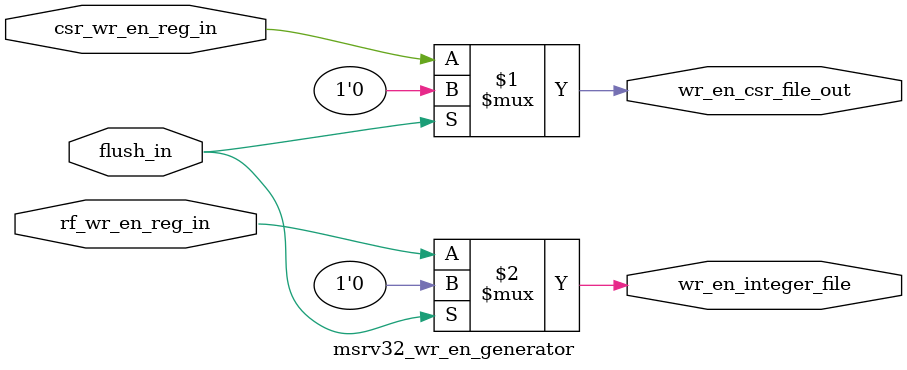
<source format=v>
module msrv32_wr_en_generator(
input csr_wr_en_reg_in,
input rf_wr_en_reg_in,
input flush_in,
output wr_en_csr_file_out,
output wr_en_integer_file);

assign wr_en_csr_file_out= (flush_in)? 1'b0: csr_wr_en_reg_in;
assign wr_en_integer_file= (flush_in)? 1'b0: rf_wr_en_reg_in;

endmodule

</source>
